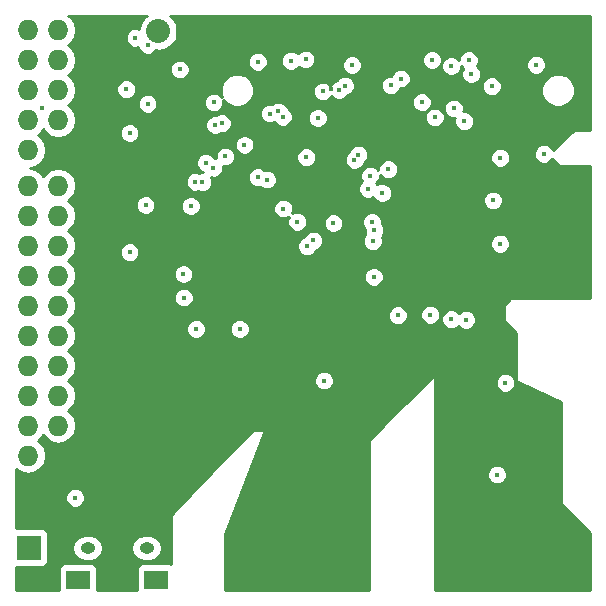
<source format=gbr>
%FSLAX34Y34*%
G04 Gerber Fmt 3.4, Leading zero omitted, Abs format*
G04 (created by PCBNEW (2014-06-12 BZR 4942)-product) date Mon 16 Jun 2014 06:59:23 PM PDT*
%MOIN*%
G01*
G70*
G90*
G04 APERTURE LIST*
%ADD10C,0.003937*%
%ADD11R,0.285000X0.285000*%
%ADD12O,0.049213X0.037402*%
%ADD13R,0.068000X0.068000*%
%ADD14O,0.068000X0.068000*%
%ADD15R,0.080000X0.080000*%
%ADD16O,0.080000X0.080000*%
%ADD17C,0.015748*%
%ADD18C,0.006299*%
%ADD19C,0.010000*%
G04 APERTURE END LIST*
G54D10*
G54D11*
X63543Y-21929D03*
G54D12*
X51870Y-31791D03*
X53838Y-31791D03*
G54D10*
G36*
X51948Y-32549D02*
X51948Y-33159D01*
X51161Y-33159D01*
X51161Y-32549D01*
X51948Y-32549D01*
X51948Y-32549D01*
G37*
G36*
X54547Y-32549D02*
X54547Y-33159D01*
X53759Y-33159D01*
X53759Y-32549D01*
X54547Y-32549D01*
X54547Y-32549D01*
G37*
G54D13*
X50893Y-18535D03*
G54D14*
X49893Y-18535D03*
X50893Y-17535D03*
X49893Y-17535D03*
X50893Y-16535D03*
X49893Y-16535D03*
X50893Y-15535D03*
X49893Y-15535D03*
X50893Y-14535D03*
X49893Y-14535D03*
G54D15*
X49901Y-31783D03*
G54D16*
X49901Y-32783D03*
G54D15*
X55224Y-14566D03*
G54D16*
X54224Y-14566D03*
G54D13*
X50893Y-28712D03*
G54D14*
X49893Y-28712D03*
X50893Y-27712D03*
X49893Y-27712D03*
X50893Y-26712D03*
X49893Y-26712D03*
X50893Y-25712D03*
X49893Y-25712D03*
X50893Y-24712D03*
X49893Y-24712D03*
X50893Y-23712D03*
X49893Y-23712D03*
X50893Y-22712D03*
X49893Y-22712D03*
X50893Y-21712D03*
X49893Y-21712D03*
X50893Y-20712D03*
X49893Y-20712D03*
X50893Y-19712D03*
X49893Y-19712D03*
G54D17*
X67079Y-18651D03*
X56580Y-32394D03*
X57914Y-22653D03*
X59981Y-16506D03*
X65215Y-31402D03*
X68498Y-32394D03*
X65742Y-20258D03*
X60590Y-30236D03*
X60759Y-28338D03*
X59842Y-32480D03*
X59744Y-26980D03*
X64000Y-21900D03*
X63543Y-21929D03*
X64000Y-21300D03*
X64500Y-21300D03*
X64500Y-21900D03*
X64500Y-22500D03*
X64500Y-23100D03*
X64000Y-23100D03*
X64000Y-22500D03*
X63500Y-22500D03*
X63500Y-23100D03*
X62900Y-23100D03*
X62900Y-22500D03*
X62900Y-21900D03*
X62900Y-21300D03*
X63500Y-21300D03*
X63500Y-20800D03*
X62900Y-20800D03*
X62400Y-20800D03*
X62400Y-21300D03*
X62400Y-21900D03*
X62400Y-22500D03*
X62400Y-23100D03*
X64000Y-20800D03*
X64500Y-20800D03*
X53803Y-20362D03*
X59392Y-21542D03*
X58862Y-20916D03*
X61692Y-19958D03*
X59158Y-18771D03*
X65385Y-20205D03*
X55306Y-20393D03*
X63295Y-24017D03*
X62212Y-24036D03*
X65619Y-21651D03*
X59748Y-26212D03*
X65516Y-29343D03*
X51454Y-30118D03*
X63992Y-24167D03*
X61372Y-21567D03*
X65628Y-18782D03*
X61347Y-20927D03*
X65340Y-16400D03*
X61432Y-21206D03*
X64425Y-17568D03*
X61220Y-19815D03*
X64661Y-15995D03*
X61895Y-19168D03*
X63440Y-17440D03*
X59703Y-16572D03*
X56070Y-16942D03*
X61287Y-19382D03*
X60065Y-20963D03*
X60453Y-16378D03*
X60686Y-15696D03*
X60248Y-16528D03*
X59135Y-15505D03*
X61408Y-22756D03*
X59185Y-21735D03*
X58228Y-17242D03*
X53870Y-15022D03*
X58643Y-15547D03*
X54946Y-15841D03*
X58374Y-17416D03*
X53162Y-16501D03*
X57939Y-17309D03*
X53465Y-14784D03*
X60763Y-18856D03*
X57854Y-19511D03*
X57543Y-15582D03*
X57545Y-19435D03*
X56124Y-17693D03*
X57100Y-18356D03*
X53271Y-17959D03*
X66820Y-15687D03*
X55067Y-22662D03*
X64575Y-15530D03*
X53271Y-21933D03*
X64078Y-17139D03*
X55079Y-23445D03*
X63990Y-15725D03*
X55462Y-19587D03*
X63353Y-15523D03*
X56067Y-19119D03*
X63005Y-16930D03*
X55693Y-19601D03*
X59543Y-17461D03*
X56345Y-17635D03*
X62313Y-16145D03*
X55819Y-18954D03*
X61978Y-16372D03*
X56463Y-18741D03*
X56946Y-24492D03*
X55482Y-24492D03*
X60899Y-18680D03*
X58393Y-20480D03*
X50363Y-17113D03*
X53870Y-16982D03*
X64487Y-24183D03*
X65798Y-26282D03*
G54D18*
X59763Y-27167D02*
X59744Y-27147D01*
X59744Y-27147D02*
X59744Y-26980D01*
X60759Y-28163D02*
X59763Y-27167D01*
X60759Y-28163D02*
X59763Y-27167D01*
X60759Y-28338D02*
X60759Y-28163D01*
X60590Y-30236D02*
X60590Y-30124D01*
X60590Y-30124D02*
X60748Y-29967D01*
X60748Y-29967D02*
X60748Y-28350D01*
X60748Y-28350D02*
X60759Y-28338D01*
X60590Y-30236D02*
X60118Y-30708D01*
X60118Y-30708D02*
X60118Y-31463D01*
X60124Y-31456D02*
X60118Y-31463D01*
X60118Y-31463D02*
X59842Y-31739D01*
X59842Y-31739D02*
X59842Y-32480D01*
X59763Y-27167D02*
X59763Y-26889D01*
G54D19*
G36*
X68627Y-33194D02*
X66127Y-33194D01*
X66127Y-26217D01*
X66077Y-26096D01*
X65985Y-26003D01*
X65864Y-25953D01*
X65733Y-25953D01*
X65612Y-26003D01*
X65520Y-26095D01*
X65470Y-26216D01*
X65470Y-26347D01*
X65520Y-26468D01*
X65612Y-26560D01*
X65733Y-26611D01*
X65864Y-26611D01*
X65984Y-26561D01*
X66077Y-26468D01*
X66127Y-26348D01*
X66127Y-26217D01*
X66127Y-33194D01*
X65845Y-33194D01*
X65845Y-29278D01*
X65795Y-29157D01*
X65703Y-29065D01*
X65582Y-29015D01*
X65451Y-29015D01*
X65330Y-29065D01*
X65238Y-29157D01*
X65187Y-29278D01*
X65187Y-29409D01*
X65237Y-29529D01*
X65330Y-29622D01*
X65450Y-29672D01*
X65581Y-29672D01*
X65702Y-29622D01*
X65795Y-29530D01*
X65845Y-29409D01*
X65845Y-29278D01*
X65845Y-33194D01*
X64989Y-33194D01*
X64989Y-15930D01*
X64939Y-15809D01*
X64850Y-15720D01*
X64854Y-15716D01*
X64904Y-15595D01*
X64904Y-15465D01*
X64854Y-15344D01*
X64762Y-15251D01*
X64641Y-15201D01*
X64510Y-15201D01*
X64389Y-15251D01*
X64297Y-15343D01*
X64246Y-15464D01*
X64246Y-15516D01*
X64177Y-15446D01*
X64056Y-15396D01*
X63925Y-15396D01*
X63804Y-15446D01*
X63712Y-15538D01*
X63682Y-15610D01*
X63682Y-15458D01*
X63632Y-15337D01*
X63539Y-15245D01*
X63419Y-15195D01*
X63288Y-15195D01*
X63167Y-15245D01*
X63074Y-15337D01*
X63024Y-15458D01*
X63024Y-15589D01*
X63074Y-15709D01*
X63166Y-15802D01*
X63287Y-15852D01*
X63418Y-15852D01*
X63539Y-15802D01*
X63631Y-15710D01*
X63682Y-15589D01*
X63682Y-15458D01*
X63682Y-15610D01*
X63661Y-15659D01*
X63661Y-15790D01*
X63711Y-15910D01*
X63804Y-16003D01*
X63924Y-16053D01*
X64055Y-16053D01*
X64176Y-16003D01*
X64269Y-15911D01*
X64319Y-15790D01*
X64319Y-15738D01*
X64386Y-15805D01*
X64382Y-15809D01*
X64332Y-15929D01*
X64332Y-16060D01*
X64382Y-16181D01*
X64474Y-16274D01*
X64595Y-16324D01*
X64726Y-16324D01*
X64846Y-16274D01*
X64939Y-16182D01*
X64989Y-16061D01*
X64989Y-15930D01*
X64989Y-33194D01*
X64815Y-33194D01*
X64815Y-24118D01*
X64766Y-23997D01*
X64754Y-23985D01*
X64754Y-17503D01*
X64704Y-17382D01*
X64611Y-17289D01*
X64490Y-17239D01*
X64392Y-17239D01*
X64406Y-17204D01*
X64407Y-17074D01*
X64357Y-16953D01*
X64264Y-16860D01*
X64143Y-16810D01*
X64013Y-16810D01*
X63892Y-16860D01*
X63799Y-16952D01*
X63749Y-17073D01*
X63749Y-17204D01*
X63799Y-17325D01*
X63891Y-17417D01*
X64012Y-17467D01*
X64110Y-17467D01*
X64096Y-17502D01*
X64096Y-17633D01*
X64146Y-17754D01*
X64238Y-17846D01*
X64359Y-17896D01*
X64490Y-17896D01*
X64611Y-17847D01*
X64703Y-17754D01*
X64753Y-17633D01*
X64754Y-17503D01*
X64754Y-23985D01*
X64673Y-23905D01*
X64552Y-23854D01*
X64422Y-23854D01*
X64301Y-23904D01*
X64248Y-23957D01*
X64179Y-23888D01*
X64058Y-23838D01*
X63927Y-23838D01*
X63806Y-23888D01*
X63768Y-23925D01*
X63768Y-17375D01*
X63718Y-17254D01*
X63626Y-17161D01*
X63505Y-17111D01*
X63375Y-17111D01*
X63334Y-17128D01*
X63334Y-16865D01*
X63284Y-16744D01*
X63192Y-16651D01*
X63071Y-16601D01*
X62940Y-16601D01*
X62819Y-16651D01*
X62727Y-16743D01*
X62677Y-16864D01*
X62677Y-16995D01*
X62727Y-17116D01*
X62819Y-17208D01*
X62940Y-17259D01*
X63071Y-17259D01*
X63191Y-17209D01*
X63284Y-17116D01*
X63334Y-16996D01*
X63334Y-16865D01*
X63334Y-17128D01*
X63254Y-17161D01*
X63161Y-17253D01*
X63111Y-17374D01*
X63111Y-17505D01*
X63161Y-17626D01*
X63253Y-17718D01*
X63374Y-17768D01*
X63505Y-17769D01*
X63626Y-17719D01*
X63718Y-17626D01*
X63768Y-17505D01*
X63768Y-17375D01*
X63768Y-23925D01*
X63714Y-23980D01*
X63663Y-24101D01*
X63663Y-24232D01*
X63713Y-24353D01*
X63806Y-24445D01*
X63926Y-24495D01*
X64057Y-24495D01*
X64178Y-24445D01*
X64231Y-24392D01*
X64300Y-24462D01*
X64421Y-24512D01*
X64552Y-24512D01*
X64673Y-24462D01*
X64765Y-24370D01*
X64815Y-24249D01*
X64815Y-24118D01*
X64815Y-33194D01*
X63624Y-33194D01*
X63624Y-23952D01*
X63574Y-23831D01*
X63481Y-23738D01*
X63361Y-23688D01*
X63230Y-23688D01*
X63109Y-23738D01*
X63016Y-23831D01*
X62966Y-23951D01*
X62966Y-24082D01*
X63016Y-24203D01*
X63108Y-24296D01*
X63229Y-24346D01*
X63360Y-24346D01*
X63481Y-24296D01*
X63573Y-24203D01*
X63624Y-24083D01*
X63624Y-23952D01*
X63624Y-33194D01*
X63450Y-33194D01*
X63450Y-25979D01*
X62642Y-26787D01*
X62642Y-16080D01*
X62592Y-15959D01*
X62499Y-15867D01*
X62378Y-15817D01*
X62248Y-15817D01*
X62127Y-15866D01*
X62034Y-15959D01*
X61999Y-16044D01*
X61913Y-16044D01*
X61792Y-16094D01*
X61700Y-16186D01*
X61649Y-16307D01*
X61649Y-16438D01*
X61699Y-16558D01*
X61792Y-16651D01*
X61912Y-16701D01*
X62043Y-16701D01*
X62164Y-16651D01*
X62257Y-16559D01*
X62292Y-16474D01*
X62378Y-16474D01*
X62499Y-16424D01*
X62591Y-16332D01*
X62641Y-16211D01*
X62642Y-16080D01*
X62642Y-26787D01*
X62541Y-26887D01*
X62541Y-23971D01*
X62491Y-23850D01*
X62399Y-23757D01*
X62278Y-23707D01*
X62224Y-23707D01*
X62224Y-19103D01*
X62174Y-18982D01*
X62082Y-18890D01*
X61961Y-18840D01*
X61830Y-18840D01*
X61709Y-18890D01*
X61617Y-18982D01*
X61567Y-19103D01*
X61567Y-19198D01*
X61566Y-19196D01*
X61473Y-19103D01*
X61353Y-19053D01*
X61228Y-19053D01*
X61228Y-18615D01*
X61178Y-18494D01*
X61085Y-18402D01*
X61015Y-18373D01*
X61015Y-15631D01*
X60965Y-15510D01*
X60873Y-15417D01*
X60752Y-15367D01*
X60621Y-15367D01*
X60500Y-15417D01*
X60408Y-15509D01*
X60358Y-15630D01*
X60358Y-15761D01*
X60408Y-15882D01*
X60500Y-15974D01*
X60621Y-16024D01*
X60752Y-16025D01*
X60872Y-15975D01*
X60965Y-15882D01*
X61015Y-15761D01*
X61015Y-15631D01*
X61015Y-18373D01*
X60965Y-18352D01*
X60834Y-18352D01*
X60781Y-18373D01*
X60781Y-16313D01*
X60731Y-16192D01*
X60639Y-16100D01*
X60518Y-16050D01*
X60387Y-16050D01*
X60267Y-16100D01*
X60174Y-16192D01*
X60169Y-16205D01*
X60062Y-16249D01*
X59970Y-16341D01*
X59960Y-16365D01*
X59890Y-16294D01*
X59769Y-16244D01*
X59638Y-16244D01*
X59517Y-16293D01*
X59464Y-16346D01*
X59464Y-15439D01*
X59414Y-15319D01*
X59322Y-15226D01*
X59201Y-15176D01*
X59070Y-15176D01*
X58949Y-15226D01*
X58868Y-15307D01*
X58829Y-15269D01*
X58708Y-15219D01*
X58577Y-15218D01*
X58457Y-15268D01*
X58364Y-15361D01*
X58314Y-15482D01*
X58314Y-15612D01*
X58364Y-15733D01*
X58456Y-15826D01*
X58577Y-15876D01*
X58708Y-15876D01*
X58829Y-15826D01*
X58910Y-15744D01*
X58949Y-15783D01*
X59070Y-15833D01*
X59200Y-15833D01*
X59321Y-15783D01*
X59414Y-15691D01*
X59464Y-15570D01*
X59464Y-15439D01*
X59464Y-16346D01*
X59425Y-16386D01*
X59374Y-16507D01*
X59374Y-16637D01*
X59424Y-16758D01*
X59517Y-16851D01*
X59637Y-16901D01*
X59768Y-16901D01*
X59889Y-16851D01*
X59982Y-16759D01*
X59991Y-16736D01*
X60062Y-16806D01*
X60183Y-16856D01*
X60313Y-16857D01*
X60434Y-16807D01*
X60527Y-16714D01*
X60532Y-16701D01*
X60639Y-16657D01*
X60731Y-16565D01*
X60781Y-16444D01*
X60781Y-16313D01*
X60781Y-18373D01*
X60713Y-18402D01*
X60620Y-18494D01*
X60588Y-18573D01*
X60577Y-18577D01*
X60484Y-18670D01*
X60434Y-18791D01*
X60434Y-18921D01*
X60484Y-19042D01*
X60576Y-19135D01*
X60697Y-19185D01*
X60828Y-19185D01*
X60949Y-19135D01*
X61041Y-19043D01*
X61074Y-18964D01*
X61085Y-18959D01*
X61177Y-18867D01*
X61228Y-18746D01*
X61228Y-18615D01*
X61228Y-19053D01*
X61222Y-19053D01*
X61101Y-19103D01*
X61008Y-19195D01*
X60958Y-19316D01*
X60958Y-19447D01*
X61006Y-19563D01*
X60941Y-19629D01*
X60891Y-19749D01*
X60891Y-19880D01*
X60941Y-20001D01*
X61033Y-20094D01*
X61154Y-20144D01*
X61285Y-20144D01*
X61395Y-20098D01*
X61413Y-20144D01*
X61506Y-20236D01*
X61627Y-20286D01*
X61757Y-20286D01*
X61878Y-20236D01*
X61971Y-20144D01*
X62021Y-20023D01*
X62021Y-19892D01*
X61971Y-19772D01*
X61879Y-19679D01*
X61758Y-19629D01*
X61627Y-19629D01*
X61517Y-19674D01*
X61500Y-19633D01*
X61566Y-19568D01*
X61616Y-19447D01*
X61616Y-19353D01*
X61617Y-19354D01*
X61709Y-19447D01*
X61830Y-19497D01*
X61960Y-19497D01*
X62081Y-19447D01*
X62174Y-19355D01*
X62224Y-19234D01*
X62224Y-19103D01*
X62224Y-23707D01*
X62147Y-23707D01*
X62026Y-23757D01*
X61934Y-23849D01*
X61883Y-23970D01*
X61883Y-24101D01*
X61933Y-24222D01*
X62026Y-24314D01*
X62146Y-24364D01*
X62277Y-24365D01*
X62398Y-24315D01*
X62491Y-24222D01*
X62541Y-24101D01*
X62541Y-23971D01*
X62541Y-26887D01*
X61761Y-27667D01*
X61761Y-21140D01*
X61711Y-21020D01*
X61676Y-20984D01*
X61676Y-20862D01*
X61626Y-20741D01*
X61534Y-20649D01*
X61413Y-20599D01*
X61282Y-20598D01*
X61161Y-20648D01*
X61069Y-20741D01*
X61019Y-20862D01*
X61018Y-20992D01*
X61068Y-21113D01*
X61104Y-21148D01*
X61104Y-21271D01*
X61133Y-21341D01*
X61093Y-21380D01*
X61043Y-21501D01*
X61043Y-21632D01*
X61093Y-21753D01*
X61186Y-21845D01*
X61306Y-21896D01*
X61437Y-21896D01*
X61558Y-21846D01*
X61651Y-21753D01*
X61701Y-21633D01*
X61701Y-21502D01*
X61672Y-21431D01*
X61711Y-21392D01*
X61761Y-21271D01*
X61761Y-21140D01*
X61761Y-27667D01*
X61736Y-27692D01*
X61736Y-22691D01*
X61686Y-22570D01*
X61594Y-22477D01*
X61473Y-22427D01*
X61342Y-22427D01*
X61222Y-22477D01*
X61129Y-22569D01*
X61079Y-22690D01*
X61079Y-22821D01*
X61129Y-22942D01*
X61221Y-23034D01*
X61342Y-23084D01*
X61473Y-23084D01*
X61594Y-23035D01*
X61686Y-22942D01*
X61736Y-22821D01*
X61736Y-22691D01*
X61736Y-27692D01*
X61250Y-28179D01*
X61250Y-33194D01*
X60394Y-33194D01*
X60394Y-20898D01*
X60344Y-20777D01*
X60251Y-20684D01*
X60131Y-20634D01*
X60000Y-20634D01*
X59879Y-20684D01*
X59872Y-20691D01*
X59872Y-17396D01*
X59822Y-17275D01*
X59729Y-17183D01*
X59609Y-17133D01*
X59478Y-17132D01*
X59357Y-17182D01*
X59264Y-17275D01*
X59214Y-17396D01*
X59214Y-17526D01*
X59264Y-17647D01*
X59357Y-17740D01*
X59477Y-17790D01*
X59608Y-17790D01*
X59729Y-17740D01*
X59821Y-17648D01*
X59872Y-17527D01*
X59872Y-17396D01*
X59872Y-20691D01*
X59786Y-20776D01*
X59736Y-20897D01*
X59736Y-21028D01*
X59786Y-21149D01*
X59879Y-21241D01*
X59999Y-21291D01*
X60130Y-21292D01*
X60251Y-21242D01*
X60344Y-21149D01*
X60394Y-21028D01*
X60394Y-20898D01*
X60394Y-33194D01*
X60076Y-33194D01*
X60076Y-26147D01*
X60026Y-26026D01*
X59934Y-25934D01*
X59813Y-25883D01*
X59721Y-25883D01*
X59721Y-21476D01*
X59671Y-21356D01*
X59579Y-21263D01*
X59487Y-21225D01*
X59487Y-18705D01*
X59437Y-18585D01*
X59345Y-18492D01*
X59224Y-18442D01*
X59093Y-18442D01*
X58972Y-18492D01*
X58880Y-18584D01*
X58829Y-18705D01*
X58829Y-18836D01*
X58879Y-18956D01*
X58972Y-19049D01*
X59092Y-19099D01*
X59223Y-19099D01*
X59344Y-19049D01*
X59437Y-18957D01*
X59487Y-18836D01*
X59487Y-18705D01*
X59487Y-21225D01*
X59458Y-21213D01*
X59327Y-21213D01*
X59206Y-21263D01*
X59191Y-21279D01*
X59191Y-20851D01*
X59141Y-20730D01*
X59048Y-20638D01*
X58928Y-20588D01*
X58797Y-20588D01*
X58684Y-20634D01*
X58721Y-20545D01*
X58721Y-20415D01*
X58702Y-20369D01*
X58702Y-17351D01*
X58652Y-17230D01*
X58560Y-17137D01*
X58537Y-17128D01*
X58507Y-17056D01*
X58415Y-16963D01*
X58294Y-16913D01*
X58163Y-16913D01*
X58042Y-16963D01*
X58019Y-16987D01*
X58004Y-16981D01*
X57874Y-16981D01*
X57872Y-16981D01*
X57872Y-15516D01*
X57822Y-15396D01*
X57730Y-15303D01*
X57609Y-15253D01*
X57478Y-15253D01*
X57357Y-15303D01*
X57265Y-15395D01*
X57215Y-15516D01*
X57214Y-15647D01*
X57264Y-15768D01*
X57357Y-15860D01*
X57478Y-15910D01*
X57608Y-15910D01*
X57729Y-15860D01*
X57822Y-15768D01*
X57872Y-15647D01*
X57872Y-15516D01*
X57872Y-16981D01*
X57753Y-17031D01*
X57660Y-17123D01*
X57610Y-17244D01*
X57610Y-17374D01*
X57660Y-17495D01*
X57752Y-17588D01*
X57873Y-17638D01*
X58004Y-17638D01*
X58094Y-17601D01*
X58095Y-17602D01*
X58187Y-17694D01*
X58308Y-17744D01*
X58439Y-17745D01*
X58559Y-17695D01*
X58652Y-17602D01*
X58702Y-17481D01*
X58702Y-17351D01*
X58702Y-20369D01*
X58671Y-20294D01*
X58579Y-20201D01*
X58458Y-20151D01*
X58327Y-20151D01*
X58207Y-20201D01*
X58183Y-20225D01*
X58183Y-19446D01*
X58133Y-19325D01*
X58040Y-19232D01*
X57919Y-19182D01*
X57789Y-19182D01*
X57766Y-19191D01*
X57731Y-19156D01*
X57611Y-19106D01*
X57480Y-19106D01*
X57429Y-19127D01*
X57429Y-18290D01*
X57411Y-18248D01*
X57411Y-16425D01*
X57327Y-16221D01*
X57171Y-16065D01*
X56967Y-15980D01*
X56746Y-15980D01*
X56542Y-16064D01*
X56385Y-16220D01*
X56301Y-16424D01*
X56301Y-16645D01*
X56344Y-16751D01*
X56257Y-16663D01*
X56136Y-16613D01*
X56005Y-16613D01*
X55884Y-16663D01*
X55792Y-16755D01*
X55742Y-16876D01*
X55741Y-17007D01*
X55791Y-17128D01*
X55884Y-17220D01*
X56005Y-17270D01*
X56135Y-17270D01*
X56256Y-17221D01*
X56349Y-17128D01*
X56399Y-17007D01*
X56399Y-16877D01*
X56390Y-16854D01*
X56541Y-17005D01*
X56745Y-17090D01*
X56966Y-17090D01*
X57170Y-17006D01*
X57326Y-16850D01*
X57411Y-16646D01*
X57411Y-16425D01*
X57411Y-18248D01*
X57379Y-18170D01*
X57286Y-18077D01*
X57165Y-18027D01*
X57035Y-18027D01*
X56914Y-18077D01*
X56821Y-18169D01*
X56771Y-18290D01*
X56771Y-18421D01*
X56821Y-18542D01*
X56913Y-18634D01*
X57034Y-18684D01*
X57165Y-18684D01*
X57286Y-18634D01*
X57378Y-18542D01*
X57428Y-18421D01*
X57429Y-18290D01*
X57429Y-19127D01*
X57359Y-19156D01*
X57266Y-19248D01*
X57216Y-19369D01*
X57216Y-19500D01*
X57266Y-19621D01*
X57358Y-19713D01*
X57479Y-19763D01*
X57610Y-19763D01*
X57632Y-19754D01*
X57667Y-19789D01*
X57788Y-19839D01*
X57919Y-19840D01*
X58040Y-19790D01*
X58132Y-19697D01*
X58182Y-19576D01*
X58183Y-19446D01*
X58183Y-20225D01*
X58114Y-20293D01*
X58064Y-20414D01*
X58064Y-20545D01*
X58114Y-20666D01*
X58206Y-20758D01*
X58327Y-20808D01*
X58458Y-20808D01*
X58570Y-20762D01*
X58533Y-20851D01*
X58533Y-20981D01*
X58583Y-21102D01*
X58675Y-21195D01*
X58796Y-21245D01*
X58927Y-21245D01*
X59048Y-21195D01*
X59140Y-21103D01*
X59191Y-20982D01*
X59191Y-20851D01*
X59191Y-21279D01*
X59114Y-21355D01*
X59087Y-21419D01*
X58999Y-21456D01*
X58906Y-21548D01*
X58856Y-21669D01*
X58856Y-21800D01*
X58906Y-21921D01*
X58998Y-22013D01*
X59119Y-22063D01*
X59250Y-22063D01*
X59371Y-22014D01*
X59463Y-21921D01*
X59490Y-21857D01*
X59578Y-21820D01*
X59671Y-21728D01*
X59721Y-21607D01*
X59721Y-21476D01*
X59721Y-25883D01*
X59682Y-25883D01*
X59562Y-25933D01*
X59469Y-26026D01*
X59419Y-26146D01*
X59419Y-26277D01*
X59469Y-26398D01*
X59561Y-26491D01*
X59682Y-26541D01*
X59813Y-26541D01*
X59934Y-26491D01*
X60026Y-26399D01*
X60076Y-26278D01*
X60076Y-26147D01*
X60076Y-33194D01*
X56450Y-33194D01*
X56450Y-31309D01*
X57772Y-27850D01*
X57378Y-27850D01*
X57275Y-27957D01*
X57275Y-24427D01*
X57225Y-24306D01*
X57132Y-24213D01*
X57012Y-24163D01*
X56881Y-24163D01*
X56791Y-24200D01*
X56791Y-18676D01*
X56742Y-18555D01*
X56674Y-18487D01*
X56674Y-17570D01*
X56624Y-17449D01*
X56532Y-17356D01*
X56411Y-17306D01*
X56280Y-17306D01*
X56159Y-17356D01*
X56150Y-17365D01*
X56059Y-17364D01*
X55938Y-17414D01*
X55846Y-17507D01*
X55796Y-17628D01*
X55796Y-17758D01*
X55846Y-17879D01*
X55938Y-17972D01*
X56059Y-18022D01*
X56190Y-18022D01*
X56310Y-17972D01*
X56319Y-17964D01*
X56410Y-17964D01*
X56531Y-17914D01*
X56624Y-17821D01*
X56674Y-17700D01*
X56674Y-17570D01*
X56674Y-18487D01*
X56649Y-18462D01*
X56528Y-18412D01*
X56398Y-18412D01*
X56277Y-18462D01*
X56184Y-18554D01*
X56134Y-18675D01*
X56134Y-18791D01*
X56133Y-18791D01*
X56107Y-18791D01*
X56098Y-18768D01*
X56005Y-18676D01*
X55885Y-18625D01*
X55754Y-18625D01*
X55633Y-18675D01*
X55540Y-18768D01*
X55490Y-18888D01*
X55490Y-19019D01*
X55540Y-19140D01*
X55632Y-19233D01*
X55729Y-19273D01*
X55628Y-19273D01*
X55595Y-19286D01*
X55528Y-19259D01*
X55397Y-19258D01*
X55277Y-19308D01*
X55274Y-19311D01*
X55274Y-15776D01*
X55224Y-15655D01*
X55132Y-15562D01*
X55011Y-15512D01*
X54881Y-15512D01*
X54760Y-15562D01*
X54667Y-15654D01*
X54617Y-15775D01*
X54617Y-15906D01*
X54667Y-16027D01*
X54759Y-16119D01*
X54880Y-16169D01*
X55011Y-16170D01*
X55132Y-16120D01*
X55224Y-16027D01*
X55274Y-15906D01*
X55274Y-15776D01*
X55274Y-19311D01*
X55184Y-19401D01*
X55134Y-19522D01*
X55134Y-19652D01*
X55184Y-19773D01*
X55276Y-19866D01*
X55397Y-19916D01*
X55528Y-19916D01*
X55561Y-19902D01*
X55628Y-19930D01*
X55759Y-19930D01*
X55879Y-19880D01*
X55972Y-19788D01*
X56022Y-19667D01*
X56022Y-19536D01*
X55982Y-19440D01*
X56001Y-19448D01*
X56132Y-19448D01*
X56253Y-19398D01*
X56345Y-19306D01*
X56396Y-19185D01*
X56396Y-19069D01*
X56397Y-19070D01*
X56528Y-19070D01*
X56649Y-19020D01*
X56741Y-18927D01*
X56791Y-18807D01*
X56791Y-18676D01*
X56791Y-24200D01*
X56760Y-24213D01*
X56667Y-24305D01*
X56617Y-24426D01*
X56617Y-24557D01*
X56667Y-24678D01*
X56760Y-24770D01*
X56880Y-24820D01*
X57011Y-24821D01*
X57132Y-24771D01*
X57225Y-24678D01*
X57275Y-24557D01*
X57275Y-24427D01*
X57275Y-27957D01*
X55811Y-29475D01*
X55811Y-24427D01*
X55761Y-24306D01*
X55669Y-24213D01*
X55635Y-24199D01*
X55635Y-20328D01*
X55585Y-20207D01*
X55492Y-20114D01*
X55372Y-20064D01*
X55241Y-20064D01*
X55120Y-20114D01*
X55027Y-20206D01*
X54977Y-20327D01*
X54977Y-20458D01*
X55027Y-20579D01*
X55119Y-20671D01*
X55240Y-20722D01*
X55371Y-20722D01*
X55492Y-20672D01*
X55584Y-20579D01*
X55635Y-20459D01*
X55635Y-20328D01*
X55635Y-24199D01*
X55548Y-24163D01*
X55417Y-24163D01*
X55408Y-24167D01*
X55408Y-23380D01*
X55396Y-23352D01*
X55396Y-22596D01*
X55346Y-22476D01*
X55254Y-22383D01*
X55133Y-22333D01*
X55002Y-22333D01*
X54881Y-22383D01*
X54789Y-22475D01*
X54738Y-22596D01*
X54738Y-22727D01*
X54788Y-22848D01*
X54881Y-22940D01*
X55001Y-22990D01*
X55132Y-22990D01*
X55253Y-22940D01*
X55346Y-22848D01*
X55396Y-22727D01*
X55396Y-22596D01*
X55396Y-23352D01*
X55358Y-23260D01*
X55265Y-23167D01*
X55145Y-23117D01*
X55014Y-23117D01*
X54893Y-23167D01*
X54800Y-23259D01*
X54750Y-23380D01*
X54750Y-23511D01*
X54800Y-23631D01*
X54893Y-23724D01*
X55013Y-23774D01*
X55144Y-23774D01*
X55265Y-23724D01*
X55358Y-23632D01*
X55408Y-23511D01*
X55408Y-23380D01*
X55408Y-24167D01*
X55296Y-24213D01*
X55204Y-24305D01*
X55154Y-24426D01*
X55153Y-24557D01*
X55203Y-24678D01*
X55296Y-24770D01*
X55417Y-24820D01*
X55547Y-24821D01*
X55668Y-24771D01*
X55761Y-24678D01*
X55811Y-24557D01*
X55811Y-24427D01*
X55811Y-29475D01*
X54650Y-30679D01*
X54650Y-32321D01*
X54596Y-32299D01*
X54497Y-32299D01*
X54344Y-32299D01*
X54344Y-31791D01*
X54311Y-31624D01*
X54216Y-31482D01*
X54199Y-31470D01*
X54199Y-16917D01*
X54149Y-16796D01*
X54056Y-16703D01*
X53936Y-16653D01*
X53805Y-16653D01*
X53684Y-16703D01*
X53591Y-16796D01*
X53541Y-16916D01*
X53541Y-17047D01*
X53591Y-17168D01*
X53683Y-17261D01*
X53804Y-17311D01*
X53935Y-17311D01*
X54056Y-17261D01*
X54148Y-17168D01*
X54199Y-17048D01*
X54199Y-16917D01*
X54199Y-31470D01*
X54131Y-31425D01*
X54131Y-20297D01*
X54082Y-20176D01*
X53989Y-20083D01*
X53868Y-20033D01*
X53738Y-20033D01*
X53617Y-20083D01*
X53600Y-20100D01*
X53600Y-17894D01*
X53550Y-17773D01*
X53491Y-17714D01*
X53491Y-16435D01*
X53441Y-16315D01*
X53348Y-16222D01*
X53227Y-16172D01*
X53097Y-16172D01*
X52976Y-16222D01*
X52883Y-16314D01*
X52833Y-16435D01*
X52833Y-16566D01*
X52883Y-16687D01*
X52975Y-16779D01*
X53096Y-16829D01*
X53227Y-16829D01*
X53348Y-16779D01*
X53440Y-16687D01*
X53490Y-16566D01*
X53491Y-16435D01*
X53491Y-17714D01*
X53457Y-17681D01*
X53337Y-17631D01*
X53206Y-17631D01*
X53085Y-17680D01*
X52992Y-17773D01*
X52942Y-17894D01*
X52942Y-18024D01*
X52992Y-18145D01*
X53084Y-18238D01*
X53205Y-18288D01*
X53336Y-18288D01*
X53457Y-18238D01*
X53549Y-18146D01*
X53600Y-18025D01*
X53600Y-17894D01*
X53600Y-20100D01*
X53524Y-20175D01*
X53474Y-20296D01*
X53474Y-20427D01*
X53524Y-20548D01*
X53616Y-20640D01*
X53737Y-20690D01*
X53868Y-20691D01*
X53989Y-20641D01*
X54081Y-20548D01*
X54131Y-20427D01*
X54131Y-20297D01*
X54131Y-31425D01*
X54074Y-31387D01*
X53907Y-31354D01*
X53769Y-31354D01*
X53602Y-31387D01*
X53600Y-31389D01*
X53600Y-21868D01*
X53550Y-21747D01*
X53457Y-21654D01*
X53337Y-21604D01*
X53206Y-21604D01*
X53085Y-21654D01*
X52992Y-21747D01*
X52942Y-21867D01*
X52942Y-21998D01*
X52992Y-22119D01*
X53084Y-22212D01*
X53205Y-22262D01*
X53336Y-22262D01*
X53457Y-22212D01*
X53549Y-22119D01*
X53600Y-21999D01*
X53600Y-21868D01*
X53600Y-31389D01*
X53460Y-31482D01*
X53366Y-31624D01*
X53332Y-31791D01*
X53366Y-31958D01*
X53460Y-32100D01*
X53602Y-32195D01*
X53769Y-32228D01*
X53907Y-32228D01*
X54074Y-32195D01*
X54216Y-32100D01*
X54311Y-31958D01*
X54344Y-31791D01*
X54344Y-32299D01*
X53710Y-32299D01*
X53618Y-32337D01*
X53547Y-32407D01*
X53509Y-32499D01*
X53509Y-32598D01*
X53509Y-33194D01*
X52375Y-33194D01*
X52375Y-31791D01*
X52342Y-31624D01*
X52247Y-31482D01*
X52106Y-31387D01*
X51938Y-31354D01*
X51801Y-31354D01*
X51783Y-31357D01*
X51783Y-30053D01*
X51733Y-29932D01*
X51641Y-29839D01*
X51520Y-29789D01*
X51389Y-29789D01*
X51268Y-29839D01*
X51176Y-29931D01*
X51126Y-30052D01*
X51126Y-30183D01*
X51176Y-30304D01*
X51268Y-30396D01*
X51389Y-30446D01*
X51520Y-30446D01*
X51640Y-30396D01*
X51733Y-30304D01*
X51783Y-30183D01*
X51783Y-30053D01*
X51783Y-31357D01*
X51634Y-31387D01*
X51492Y-31482D01*
X51397Y-31624D01*
X51364Y-31791D01*
X51397Y-31958D01*
X51492Y-32100D01*
X51634Y-32195D01*
X51801Y-32228D01*
X51938Y-32228D01*
X52106Y-32195D01*
X52247Y-32100D01*
X52342Y-31958D01*
X52375Y-31791D01*
X52375Y-33194D01*
X52198Y-33194D01*
X52198Y-33109D01*
X52198Y-32499D01*
X52160Y-32407D01*
X52090Y-32337D01*
X51998Y-32299D01*
X51899Y-32299D01*
X51111Y-32299D01*
X51019Y-32337D01*
X50949Y-32407D01*
X50911Y-32499D01*
X50911Y-32598D01*
X50911Y-33194D01*
X49482Y-33194D01*
X49482Y-32433D01*
X49551Y-32433D01*
X50351Y-32433D01*
X50443Y-32395D01*
X50513Y-32325D01*
X50551Y-32233D01*
X50551Y-32133D01*
X50551Y-31333D01*
X50513Y-31241D01*
X50443Y-31171D01*
X50351Y-31133D01*
X50251Y-31133D01*
X49482Y-31133D01*
X49482Y-29145D01*
X49667Y-29269D01*
X49893Y-29314D01*
X50119Y-29269D01*
X50310Y-29141D01*
X50438Y-28949D01*
X50483Y-28724D01*
X50483Y-28701D01*
X50438Y-28475D01*
X50310Y-28283D01*
X50204Y-28212D01*
X50310Y-28141D01*
X50393Y-28017D01*
X50476Y-28141D01*
X50667Y-28269D01*
X50893Y-28314D01*
X51119Y-28269D01*
X51310Y-28141D01*
X51438Y-27949D01*
X51483Y-27724D01*
X51483Y-27701D01*
X51438Y-27475D01*
X51310Y-27283D01*
X51204Y-27212D01*
X51310Y-27141D01*
X51438Y-26949D01*
X51483Y-26724D01*
X51483Y-26701D01*
X51438Y-26475D01*
X51310Y-26283D01*
X51204Y-26212D01*
X51310Y-26141D01*
X51438Y-25949D01*
X51483Y-25724D01*
X51483Y-25701D01*
X51438Y-25475D01*
X51310Y-25283D01*
X51204Y-25212D01*
X51310Y-25141D01*
X51438Y-24949D01*
X51483Y-24724D01*
X51483Y-24701D01*
X51438Y-24475D01*
X51310Y-24283D01*
X51204Y-24212D01*
X51310Y-24141D01*
X51438Y-23949D01*
X51483Y-23724D01*
X51483Y-23701D01*
X51438Y-23475D01*
X51310Y-23283D01*
X51204Y-23212D01*
X51310Y-23141D01*
X51438Y-22949D01*
X51483Y-22724D01*
X51483Y-22701D01*
X51438Y-22475D01*
X51310Y-22283D01*
X51204Y-22212D01*
X51310Y-22141D01*
X51438Y-21949D01*
X51483Y-21724D01*
X51483Y-21701D01*
X51438Y-21475D01*
X51310Y-21283D01*
X51204Y-21212D01*
X51310Y-21141D01*
X51438Y-20949D01*
X51483Y-20724D01*
X51483Y-20701D01*
X51438Y-20475D01*
X51310Y-20283D01*
X51204Y-20212D01*
X51310Y-20141D01*
X51438Y-19949D01*
X51483Y-19724D01*
X51483Y-19701D01*
X51438Y-19475D01*
X51310Y-19283D01*
X51119Y-19155D01*
X50893Y-19111D01*
X50667Y-19155D01*
X50476Y-19283D01*
X50393Y-19407D01*
X50310Y-19283D01*
X50119Y-19155D01*
X49958Y-19124D01*
X50119Y-19092D01*
X50310Y-18964D01*
X50438Y-18772D01*
X50483Y-18546D01*
X50483Y-18523D01*
X50438Y-18298D01*
X50310Y-18106D01*
X50204Y-18035D01*
X50310Y-17964D01*
X50393Y-17840D01*
X50476Y-17964D01*
X50667Y-18092D01*
X50893Y-18136D01*
X51119Y-18092D01*
X51310Y-17964D01*
X51438Y-17772D01*
X51483Y-17546D01*
X51483Y-17523D01*
X51438Y-17298D01*
X51310Y-17106D01*
X51204Y-17035D01*
X51310Y-16964D01*
X51438Y-16772D01*
X51483Y-16546D01*
X51483Y-16523D01*
X51438Y-16298D01*
X51310Y-16106D01*
X51204Y-16035D01*
X51310Y-15964D01*
X51438Y-15772D01*
X51483Y-15546D01*
X51483Y-15523D01*
X51438Y-15298D01*
X51310Y-15106D01*
X51204Y-15035D01*
X51310Y-14964D01*
X51438Y-14772D01*
X51483Y-14546D01*
X51483Y-14523D01*
X51438Y-14298D01*
X51310Y-14106D01*
X51224Y-14049D01*
X53839Y-14049D01*
X53752Y-14107D01*
X53611Y-14318D01*
X53579Y-14476D01*
X53531Y-14456D01*
X53400Y-14455D01*
X53279Y-14505D01*
X53186Y-14598D01*
X53136Y-14719D01*
X53136Y-14849D01*
X53186Y-14970D01*
X53278Y-15063D01*
X53399Y-15113D01*
X53530Y-15113D01*
X53549Y-15105D01*
X53591Y-15208D01*
X53684Y-15300D01*
X53804Y-15350D01*
X53935Y-15350D01*
X54056Y-15301D01*
X54149Y-15208D01*
X54150Y-15204D01*
X54211Y-15216D01*
X54237Y-15216D01*
X54485Y-15167D01*
X54696Y-15026D01*
X54837Y-14815D01*
X54887Y-14566D01*
X54837Y-14318D01*
X54696Y-14107D01*
X54609Y-14049D01*
X68627Y-14049D01*
X68627Y-17850D01*
X68108Y-17850D01*
X68108Y-16425D01*
X68024Y-16221D01*
X67868Y-16065D01*
X67664Y-15980D01*
X67443Y-15980D01*
X67239Y-16064D01*
X67149Y-16154D01*
X67149Y-15622D01*
X67099Y-15501D01*
X67006Y-15408D01*
X66885Y-15358D01*
X66755Y-15358D01*
X66634Y-15408D01*
X66541Y-15500D01*
X66491Y-15621D01*
X66491Y-15752D01*
X66541Y-15873D01*
X66633Y-15965D01*
X66754Y-16016D01*
X66885Y-16016D01*
X67006Y-15966D01*
X67098Y-15873D01*
X67148Y-15753D01*
X67149Y-15622D01*
X67149Y-16154D01*
X67082Y-16220D01*
X66998Y-16424D01*
X66997Y-16645D01*
X67082Y-16849D01*
X67238Y-17005D01*
X67442Y-17090D01*
X67663Y-17090D01*
X67867Y-17006D01*
X68023Y-16850D01*
X68108Y-16646D01*
X68108Y-16425D01*
X68108Y-17850D01*
X68079Y-17850D01*
X67389Y-18540D01*
X67358Y-18465D01*
X67266Y-18373D01*
X67145Y-18323D01*
X67014Y-18323D01*
X66893Y-18372D01*
X66801Y-18465D01*
X66751Y-18586D01*
X66750Y-18716D01*
X66800Y-18837D01*
X66893Y-18930D01*
X67014Y-18980D01*
X67144Y-18980D01*
X67265Y-18930D01*
X67358Y-18838D01*
X67360Y-18831D01*
X67579Y-19050D01*
X68627Y-19050D01*
X68627Y-23450D01*
X65979Y-23450D01*
X65957Y-23471D01*
X65957Y-18717D01*
X65907Y-18596D01*
X65815Y-18503D01*
X65694Y-18453D01*
X65669Y-18453D01*
X65669Y-16335D01*
X65619Y-16214D01*
X65527Y-16121D01*
X65406Y-16071D01*
X65275Y-16071D01*
X65154Y-16121D01*
X65062Y-16213D01*
X65012Y-16334D01*
X65012Y-16465D01*
X65061Y-16586D01*
X65154Y-16678D01*
X65275Y-16729D01*
X65405Y-16729D01*
X65526Y-16679D01*
X65619Y-16586D01*
X65669Y-16466D01*
X65669Y-16335D01*
X65669Y-18453D01*
X65563Y-18453D01*
X65443Y-18503D01*
X65350Y-18595D01*
X65300Y-18716D01*
X65300Y-18847D01*
X65350Y-18968D01*
X65442Y-19060D01*
X65563Y-19111D01*
X65694Y-19111D01*
X65814Y-19061D01*
X65907Y-18968D01*
X65957Y-18848D01*
X65957Y-18717D01*
X65957Y-23471D01*
X65948Y-23481D01*
X65948Y-21586D01*
X65898Y-21465D01*
X65805Y-21372D01*
X65714Y-21334D01*
X65714Y-20140D01*
X65664Y-20019D01*
X65571Y-19926D01*
X65451Y-19876D01*
X65320Y-19876D01*
X65199Y-19926D01*
X65106Y-20018D01*
X65056Y-20139D01*
X65056Y-20270D01*
X65106Y-20391D01*
X65199Y-20483D01*
X65319Y-20533D01*
X65450Y-20533D01*
X65571Y-20483D01*
X65664Y-20391D01*
X65714Y-20270D01*
X65714Y-20140D01*
X65714Y-21334D01*
X65684Y-21322D01*
X65554Y-21322D01*
X65433Y-21372D01*
X65340Y-21464D01*
X65290Y-21585D01*
X65290Y-21716D01*
X65340Y-21837D01*
X65432Y-21929D01*
X65553Y-21980D01*
X65684Y-21980D01*
X65805Y-21930D01*
X65897Y-21837D01*
X65947Y-21717D01*
X65948Y-21586D01*
X65948Y-23481D01*
X65750Y-23679D01*
X65750Y-24220D01*
X66150Y-24620D01*
X66150Y-26231D01*
X67650Y-26931D01*
X67650Y-30320D01*
X68627Y-31298D01*
X68627Y-33194D01*
X68627Y-33194D01*
G37*
X68627Y-33194D02*
X66127Y-33194D01*
X66127Y-26217D01*
X66077Y-26096D01*
X65985Y-26003D01*
X65864Y-25953D01*
X65733Y-25953D01*
X65612Y-26003D01*
X65520Y-26095D01*
X65470Y-26216D01*
X65470Y-26347D01*
X65520Y-26468D01*
X65612Y-26560D01*
X65733Y-26611D01*
X65864Y-26611D01*
X65984Y-26561D01*
X66077Y-26468D01*
X66127Y-26348D01*
X66127Y-26217D01*
X66127Y-33194D01*
X65845Y-33194D01*
X65845Y-29278D01*
X65795Y-29157D01*
X65703Y-29065D01*
X65582Y-29015D01*
X65451Y-29015D01*
X65330Y-29065D01*
X65238Y-29157D01*
X65187Y-29278D01*
X65187Y-29409D01*
X65237Y-29529D01*
X65330Y-29622D01*
X65450Y-29672D01*
X65581Y-29672D01*
X65702Y-29622D01*
X65795Y-29530D01*
X65845Y-29409D01*
X65845Y-29278D01*
X65845Y-33194D01*
X64989Y-33194D01*
X64989Y-15930D01*
X64939Y-15809D01*
X64850Y-15720D01*
X64854Y-15716D01*
X64904Y-15595D01*
X64904Y-15465D01*
X64854Y-15344D01*
X64762Y-15251D01*
X64641Y-15201D01*
X64510Y-15201D01*
X64389Y-15251D01*
X64297Y-15343D01*
X64246Y-15464D01*
X64246Y-15516D01*
X64177Y-15446D01*
X64056Y-15396D01*
X63925Y-15396D01*
X63804Y-15446D01*
X63712Y-15538D01*
X63682Y-15610D01*
X63682Y-15458D01*
X63632Y-15337D01*
X63539Y-15245D01*
X63419Y-15195D01*
X63288Y-15195D01*
X63167Y-15245D01*
X63074Y-15337D01*
X63024Y-15458D01*
X63024Y-15589D01*
X63074Y-15709D01*
X63166Y-15802D01*
X63287Y-15852D01*
X63418Y-15852D01*
X63539Y-15802D01*
X63631Y-15710D01*
X63682Y-15589D01*
X63682Y-15458D01*
X63682Y-15610D01*
X63661Y-15659D01*
X63661Y-15790D01*
X63711Y-15910D01*
X63804Y-16003D01*
X63924Y-16053D01*
X64055Y-16053D01*
X64176Y-16003D01*
X64269Y-15911D01*
X64319Y-15790D01*
X64319Y-15738D01*
X64386Y-15805D01*
X64382Y-15809D01*
X64332Y-15929D01*
X64332Y-16060D01*
X64382Y-16181D01*
X64474Y-16274D01*
X64595Y-16324D01*
X64726Y-16324D01*
X64846Y-16274D01*
X64939Y-16182D01*
X64989Y-16061D01*
X64989Y-15930D01*
X64989Y-33194D01*
X64815Y-33194D01*
X64815Y-24118D01*
X64766Y-23997D01*
X64754Y-23985D01*
X64754Y-17503D01*
X64704Y-17382D01*
X64611Y-17289D01*
X64490Y-17239D01*
X64392Y-17239D01*
X64406Y-17204D01*
X64407Y-17074D01*
X64357Y-16953D01*
X64264Y-16860D01*
X64143Y-16810D01*
X64013Y-16810D01*
X63892Y-16860D01*
X63799Y-16952D01*
X63749Y-17073D01*
X63749Y-17204D01*
X63799Y-17325D01*
X63891Y-17417D01*
X64012Y-17467D01*
X64110Y-17467D01*
X64096Y-17502D01*
X64096Y-17633D01*
X64146Y-17754D01*
X64238Y-17846D01*
X64359Y-17896D01*
X64490Y-17896D01*
X64611Y-17847D01*
X64703Y-17754D01*
X64753Y-17633D01*
X64754Y-17503D01*
X64754Y-23985D01*
X64673Y-23905D01*
X64552Y-23854D01*
X64422Y-23854D01*
X64301Y-23904D01*
X64248Y-23957D01*
X64179Y-23888D01*
X64058Y-23838D01*
X63927Y-23838D01*
X63806Y-23888D01*
X63768Y-23925D01*
X63768Y-17375D01*
X63718Y-17254D01*
X63626Y-17161D01*
X63505Y-17111D01*
X63375Y-17111D01*
X63334Y-17128D01*
X63334Y-16865D01*
X63284Y-16744D01*
X63192Y-16651D01*
X63071Y-16601D01*
X62940Y-16601D01*
X62819Y-16651D01*
X62727Y-16743D01*
X62677Y-16864D01*
X62677Y-16995D01*
X62727Y-17116D01*
X62819Y-17208D01*
X62940Y-17259D01*
X63071Y-17259D01*
X63191Y-17209D01*
X63284Y-17116D01*
X63334Y-16996D01*
X63334Y-16865D01*
X63334Y-17128D01*
X63254Y-17161D01*
X63161Y-17253D01*
X63111Y-17374D01*
X63111Y-17505D01*
X63161Y-17626D01*
X63253Y-17718D01*
X63374Y-17768D01*
X63505Y-17769D01*
X63626Y-17719D01*
X63718Y-17626D01*
X63768Y-17505D01*
X63768Y-17375D01*
X63768Y-23925D01*
X63714Y-23980D01*
X63663Y-24101D01*
X63663Y-24232D01*
X63713Y-24353D01*
X63806Y-24445D01*
X63926Y-24495D01*
X64057Y-24495D01*
X64178Y-24445D01*
X64231Y-24392D01*
X64300Y-24462D01*
X64421Y-24512D01*
X64552Y-24512D01*
X64673Y-24462D01*
X64765Y-24370D01*
X64815Y-24249D01*
X64815Y-24118D01*
X64815Y-33194D01*
X63624Y-33194D01*
X63624Y-23952D01*
X63574Y-23831D01*
X63481Y-23738D01*
X63361Y-23688D01*
X63230Y-23688D01*
X63109Y-23738D01*
X63016Y-23831D01*
X62966Y-23951D01*
X62966Y-24082D01*
X63016Y-24203D01*
X63108Y-24296D01*
X63229Y-24346D01*
X63360Y-24346D01*
X63481Y-24296D01*
X63573Y-24203D01*
X63624Y-24083D01*
X63624Y-23952D01*
X63624Y-33194D01*
X63450Y-33194D01*
X63450Y-25979D01*
X62642Y-26787D01*
X62642Y-16080D01*
X62592Y-15959D01*
X62499Y-15867D01*
X62378Y-15817D01*
X62248Y-15817D01*
X62127Y-15866D01*
X62034Y-15959D01*
X61999Y-16044D01*
X61913Y-16044D01*
X61792Y-16094D01*
X61700Y-16186D01*
X61649Y-16307D01*
X61649Y-16438D01*
X61699Y-16558D01*
X61792Y-16651D01*
X61912Y-16701D01*
X62043Y-16701D01*
X62164Y-16651D01*
X62257Y-16559D01*
X62292Y-16474D01*
X62378Y-16474D01*
X62499Y-16424D01*
X62591Y-16332D01*
X62641Y-16211D01*
X62642Y-16080D01*
X62642Y-26787D01*
X62541Y-26887D01*
X62541Y-23971D01*
X62491Y-23850D01*
X62399Y-23757D01*
X62278Y-23707D01*
X62224Y-23707D01*
X62224Y-19103D01*
X62174Y-18982D01*
X62082Y-18890D01*
X61961Y-18840D01*
X61830Y-18840D01*
X61709Y-18890D01*
X61617Y-18982D01*
X61567Y-19103D01*
X61567Y-19198D01*
X61566Y-19196D01*
X61473Y-19103D01*
X61353Y-19053D01*
X61228Y-19053D01*
X61228Y-18615D01*
X61178Y-18494D01*
X61085Y-18402D01*
X61015Y-18373D01*
X61015Y-15631D01*
X60965Y-15510D01*
X60873Y-15417D01*
X60752Y-15367D01*
X60621Y-15367D01*
X60500Y-15417D01*
X60408Y-15509D01*
X60358Y-15630D01*
X60358Y-15761D01*
X60408Y-15882D01*
X60500Y-15974D01*
X60621Y-16024D01*
X60752Y-16025D01*
X60872Y-15975D01*
X60965Y-15882D01*
X61015Y-15761D01*
X61015Y-15631D01*
X61015Y-18373D01*
X60965Y-18352D01*
X60834Y-18352D01*
X60781Y-18373D01*
X60781Y-16313D01*
X60731Y-16192D01*
X60639Y-16100D01*
X60518Y-16050D01*
X60387Y-16050D01*
X60267Y-16100D01*
X60174Y-16192D01*
X60169Y-16205D01*
X60062Y-16249D01*
X59970Y-16341D01*
X59960Y-16365D01*
X59890Y-16294D01*
X59769Y-16244D01*
X59638Y-16244D01*
X59517Y-16293D01*
X59464Y-16346D01*
X59464Y-15439D01*
X59414Y-15319D01*
X59322Y-15226D01*
X59201Y-15176D01*
X59070Y-15176D01*
X58949Y-15226D01*
X58868Y-15307D01*
X58829Y-15269D01*
X58708Y-15219D01*
X58577Y-15218D01*
X58457Y-15268D01*
X58364Y-15361D01*
X58314Y-15482D01*
X58314Y-15612D01*
X58364Y-15733D01*
X58456Y-15826D01*
X58577Y-15876D01*
X58708Y-15876D01*
X58829Y-15826D01*
X58910Y-15744D01*
X58949Y-15783D01*
X59070Y-15833D01*
X59200Y-15833D01*
X59321Y-15783D01*
X59414Y-15691D01*
X59464Y-15570D01*
X59464Y-15439D01*
X59464Y-16346D01*
X59425Y-16386D01*
X59374Y-16507D01*
X59374Y-16637D01*
X59424Y-16758D01*
X59517Y-16851D01*
X59637Y-16901D01*
X59768Y-16901D01*
X59889Y-16851D01*
X59982Y-16759D01*
X59991Y-16736D01*
X60062Y-16806D01*
X60183Y-16856D01*
X60313Y-16857D01*
X60434Y-16807D01*
X60527Y-16714D01*
X60532Y-16701D01*
X60639Y-16657D01*
X60731Y-16565D01*
X60781Y-16444D01*
X60781Y-16313D01*
X60781Y-18373D01*
X60713Y-18402D01*
X60620Y-18494D01*
X60588Y-18573D01*
X60577Y-18577D01*
X60484Y-18670D01*
X60434Y-18791D01*
X60434Y-18921D01*
X60484Y-19042D01*
X60576Y-19135D01*
X60697Y-19185D01*
X60828Y-19185D01*
X60949Y-19135D01*
X61041Y-19043D01*
X61074Y-18964D01*
X61085Y-18959D01*
X61177Y-18867D01*
X61228Y-18746D01*
X61228Y-18615D01*
X61228Y-19053D01*
X61222Y-19053D01*
X61101Y-19103D01*
X61008Y-19195D01*
X60958Y-19316D01*
X60958Y-19447D01*
X61006Y-19563D01*
X60941Y-19629D01*
X60891Y-19749D01*
X60891Y-19880D01*
X60941Y-20001D01*
X61033Y-20094D01*
X61154Y-20144D01*
X61285Y-20144D01*
X61395Y-20098D01*
X61413Y-20144D01*
X61506Y-20236D01*
X61627Y-20286D01*
X61757Y-20286D01*
X61878Y-20236D01*
X61971Y-20144D01*
X62021Y-20023D01*
X62021Y-19892D01*
X61971Y-19772D01*
X61879Y-19679D01*
X61758Y-19629D01*
X61627Y-19629D01*
X61517Y-19674D01*
X61500Y-19633D01*
X61566Y-19568D01*
X61616Y-19447D01*
X61616Y-19353D01*
X61617Y-19354D01*
X61709Y-19447D01*
X61830Y-19497D01*
X61960Y-19497D01*
X62081Y-19447D01*
X62174Y-19355D01*
X62224Y-19234D01*
X62224Y-19103D01*
X62224Y-23707D01*
X62147Y-23707D01*
X62026Y-23757D01*
X61934Y-23849D01*
X61883Y-23970D01*
X61883Y-24101D01*
X61933Y-24222D01*
X62026Y-24314D01*
X62146Y-24364D01*
X62277Y-24365D01*
X62398Y-24315D01*
X62491Y-24222D01*
X62541Y-24101D01*
X62541Y-23971D01*
X62541Y-26887D01*
X61761Y-27667D01*
X61761Y-21140D01*
X61711Y-21020D01*
X61676Y-20984D01*
X61676Y-20862D01*
X61626Y-20741D01*
X61534Y-20649D01*
X61413Y-20599D01*
X61282Y-20598D01*
X61161Y-20648D01*
X61069Y-20741D01*
X61019Y-20862D01*
X61018Y-20992D01*
X61068Y-21113D01*
X61104Y-21148D01*
X61104Y-21271D01*
X61133Y-21341D01*
X61093Y-21380D01*
X61043Y-21501D01*
X61043Y-21632D01*
X61093Y-21753D01*
X61186Y-21845D01*
X61306Y-21896D01*
X61437Y-21896D01*
X61558Y-21846D01*
X61651Y-21753D01*
X61701Y-21633D01*
X61701Y-21502D01*
X61672Y-21431D01*
X61711Y-21392D01*
X61761Y-21271D01*
X61761Y-21140D01*
X61761Y-27667D01*
X61736Y-27692D01*
X61736Y-22691D01*
X61686Y-22570D01*
X61594Y-22477D01*
X61473Y-22427D01*
X61342Y-22427D01*
X61222Y-22477D01*
X61129Y-22569D01*
X61079Y-22690D01*
X61079Y-22821D01*
X61129Y-22942D01*
X61221Y-23034D01*
X61342Y-23084D01*
X61473Y-23084D01*
X61594Y-23035D01*
X61686Y-22942D01*
X61736Y-22821D01*
X61736Y-22691D01*
X61736Y-27692D01*
X61250Y-28179D01*
X61250Y-33194D01*
X60394Y-33194D01*
X60394Y-20898D01*
X60344Y-20777D01*
X60251Y-20684D01*
X60131Y-20634D01*
X60000Y-20634D01*
X59879Y-20684D01*
X59872Y-20691D01*
X59872Y-17396D01*
X59822Y-17275D01*
X59729Y-17183D01*
X59609Y-17133D01*
X59478Y-17132D01*
X59357Y-17182D01*
X59264Y-17275D01*
X59214Y-17396D01*
X59214Y-17526D01*
X59264Y-17647D01*
X59357Y-17740D01*
X59477Y-17790D01*
X59608Y-17790D01*
X59729Y-17740D01*
X59821Y-17648D01*
X59872Y-17527D01*
X59872Y-17396D01*
X59872Y-20691D01*
X59786Y-20776D01*
X59736Y-20897D01*
X59736Y-21028D01*
X59786Y-21149D01*
X59879Y-21241D01*
X59999Y-21291D01*
X60130Y-21292D01*
X60251Y-21242D01*
X60344Y-21149D01*
X60394Y-21028D01*
X60394Y-20898D01*
X60394Y-33194D01*
X60076Y-33194D01*
X60076Y-26147D01*
X60026Y-26026D01*
X59934Y-25934D01*
X59813Y-25883D01*
X59721Y-25883D01*
X59721Y-21476D01*
X59671Y-21356D01*
X59579Y-21263D01*
X59487Y-21225D01*
X59487Y-18705D01*
X59437Y-18585D01*
X59345Y-18492D01*
X59224Y-18442D01*
X59093Y-18442D01*
X58972Y-18492D01*
X58880Y-18584D01*
X58829Y-18705D01*
X58829Y-18836D01*
X58879Y-18956D01*
X58972Y-19049D01*
X59092Y-19099D01*
X59223Y-19099D01*
X59344Y-19049D01*
X59437Y-18957D01*
X59487Y-18836D01*
X59487Y-18705D01*
X59487Y-21225D01*
X59458Y-21213D01*
X59327Y-21213D01*
X59206Y-21263D01*
X59191Y-21279D01*
X59191Y-20851D01*
X59141Y-20730D01*
X59048Y-20638D01*
X58928Y-20588D01*
X58797Y-20588D01*
X58684Y-20634D01*
X58721Y-20545D01*
X58721Y-20415D01*
X58702Y-20369D01*
X58702Y-17351D01*
X58652Y-17230D01*
X58560Y-17137D01*
X58537Y-17128D01*
X58507Y-17056D01*
X58415Y-16963D01*
X58294Y-16913D01*
X58163Y-16913D01*
X58042Y-16963D01*
X58019Y-16987D01*
X58004Y-16981D01*
X57874Y-16981D01*
X57872Y-16981D01*
X57872Y-15516D01*
X57822Y-15396D01*
X57730Y-15303D01*
X57609Y-15253D01*
X57478Y-15253D01*
X57357Y-15303D01*
X57265Y-15395D01*
X57215Y-15516D01*
X57214Y-15647D01*
X57264Y-15768D01*
X57357Y-15860D01*
X57478Y-15910D01*
X57608Y-15910D01*
X57729Y-15860D01*
X57822Y-15768D01*
X57872Y-15647D01*
X57872Y-15516D01*
X57872Y-16981D01*
X57753Y-17031D01*
X57660Y-17123D01*
X57610Y-17244D01*
X57610Y-17374D01*
X57660Y-17495D01*
X57752Y-17588D01*
X57873Y-17638D01*
X58004Y-17638D01*
X58094Y-17601D01*
X58095Y-17602D01*
X58187Y-17694D01*
X58308Y-17744D01*
X58439Y-17745D01*
X58559Y-17695D01*
X58652Y-17602D01*
X58702Y-17481D01*
X58702Y-17351D01*
X58702Y-20369D01*
X58671Y-20294D01*
X58579Y-20201D01*
X58458Y-20151D01*
X58327Y-20151D01*
X58207Y-20201D01*
X58183Y-20225D01*
X58183Y-19446D01*
X58133Y-19325D01*
X58040Y-19232D01*
X57919Y-19182D01*
X57789Y-19182D01*
X57766Y-19191D01*
X57731Y-19156D01*
X57611Y-19106D01*
X57480Y-19106D01*
X57429Y-19127D01*
X57429Y-18290D01*
X57411Y-18248D01*
X57411Y-16425D01*
X57327Y-16221D01*
X57171Y-16065D01*
X56967Y-15980D01*
X56746Y-15980D01*
X56542Y-16064D01*
X56385Y-16220D01*
X56301Y-16424D01*
X56301Y-16645D01*
X56344Y-16751D01*
X56257Y-16663D01*
X56136Y-16613D01*
X56005Y-16613D01*
X55884Y-16663D01*
X55792Y-16755D01*
X55742Y-16876D01*
X55741Y-17007D01*
X55791Y-17128D01*
X55884Y-17220D01*
X56005Y-17270D01*
X56135Y-17270D01*
X56256Y-17221D01*
X56349Y-17128D01*
X56399Y-17007D01*
X56399Y-16877D01*
X56390Y-16854D01*
X56541Y-17005D01*
X56745Y-17090D01*
X56966Y-17090D01*
X57170Y-17006D01*
X57326Y-16850D01*
X57411Y-16646D01*
X57411Y-16425D01*
X57411Y-18248D01*
X57379Y-18170D01*
X57286Y-18077D01*
X57165Y-18027D01*
X57035Y-18027D01*
X56914Y-18077D01*
X56821Y-18169D01*
X56771Y-18290D01*
X56771Y-18421D01*
X56821Y-18542D01*
X56913Y-18634D01*
X57034Y-18684D01*
X57165Y-18684D01*
X57286Y-18634D01*
X57378Y-18542D01*
X57428Y-18421D01*
X57429Y-18290D01*
X57429Y-19127D01*
X57359Y-19156D01*
X57266Y-19248D01*
X57216Y-19369D01*
X57216Y-19500D01*
X57266Y-19621D01*
X57358Y-19713D01*
X57479Y-19763D01*
X57610Y-19763D01*
X57632Y-19754D01*
X57667Y-19789D01*
X57788Y-19839D01*
X57919Y-19840D01*
X58040Y-19790D01*
X58132Y-19697D01*
X58182Y-19576D01*
X58183Y-19446D01*
X58183Y-20225D01*
X58114Y-20293D01*
X58064Y-20414D01*
X58064Y-20545D01*
X58114Y-20666D01*
X58206Y-20758D01*
X58327Y-20808D01*
X58458Y-20808D01*
X58570Y-20762D01*
X58533Y-20851D01*
X58533Y-20981D01*
X58583Y-21102D01*
X58675Y-21195D01*
X58796Y-21245D01*
X58927Y-21245D01*
X59048Y-21195D01*
X59140Y-21103D01*
X59191Y-20982D01*
X59191Y-20851D01*
X59191Y-21279D01*
X59114Y-21355D01*
X59087Y-21419D01*
X58999Y-21456D01*
X58906Y-21548D01*
X58856Y-21669D01*
X58856Y-21800D01*
X58906Y-21921D01*
X58998Y-22013D01*
X59119Y-22063D01*
X59250Y-22063D01*
X59371Y-22014D01*
X59463Y-21921D01*
X59490Y-21857D01*
X59578Y-21820D01*
X59671Y-21728D01*
X59721Y-21607D01*
X59721Y-21476D01*
X59721Y-25883D01*
X59682Y-25883D01*
X59562Y-25933D01*
X59469Y-26026D01*
X59419Y-26146D01*
X59419Y-26277D01*
X59469Y-26398D01*
X59561Y-26491D01*
X59682Y-26541D01*
X59813Y-26541D01*
X59934Y-26491D01*
X60026Y-26399D01*
X60076Y-26278D01*
X60076Y-26147D01*
X60076Y-33194D01*
X56450Y-33194D01*
X56450Y-31309D01*
X57772Y-27850D01*
X57378Y-27850D01*
X57275Y-27957D01*
X57275Y-24427D01*
X57225Y-24306D01*
X57132Y-24213D01*
X57012Y-24163D01*
X56881Y-24163D01*
X56791Y-24200D01*
X56791Y-18676D01*
X56742Y-18555D01*
X56674Y-18487D01*
X56674Y-17570D01*
X56624Y-17449D01*
X56532Y-17356D01*
X56411Y-17306D01*
X56280Y-17306D01*
X56159Y-17356D01*
X56150Y-17365D01*
X56059Y-17364D01*
X55938Y-17414D01*
X55846Y-17507D01*
X55796Y-17628D01*
X55796Y-17758D01*
X55846Y-17879D01*
X55938Y-17972D01*
X56059Y-18022D01*
X56190Y-18022D01*
X56310Y-17972D01*
X56319Y-17964D01*
X56410Y-17964D01*
X56531Y-17914D01*
X56624Y-17821D01*
X56674Y-17700D01*
X56674Y-17570D01*
X56674Y-18487D01*
X56649Y-18462D01*
X56528Y-18412D01*
X56398Y-18412D01*
X56277Y-18462D01*
X56184Y-18554D01*
X56134Y-18675D01*
X56134Y-18791D01*
X56133Y-18791D01*
X56107Y-18791D01*
X56098Y-18768D01*
X56005Y-18676D01*
X55885Y-18625D01*
X55754Y-18625D01*
X55633Y-18675D01*
X55540Y-18768D01*
X55490Y-18888D01*
X55490Y-19019D01*
X55540Y-19140D01*
X55632Y-19233D01*
X55729Y-19273D01*
X55628Y-19273D01*
X55595Y-19286D01*
X55528Y-19259D01*
X55397Y-19258D01*
X55277Y-19308D01*
X55274Y-19311D01*
X55274Y-15776D01*
X55224Y-15655D01*
X55132Y-15562D01*
X55011Y-15512D01*
X54881Y-15512D01*
X54760Y-15562D01*
X54667Y-15654D01*
X54617Y-15775D01*
X54617Y-15906D01*
X54667Y-16027D01*
X54759Y-16119D01*
X54880Y-16169D01*
X55011Y-16170D01*
X55132Y-16120D01*
X55224Y-16027D01*
X55274Y-15906D01*
X55274Y-15776D01*
X55274Y-19311D01*
X55184Y-19401D01*
X55134Y-19522D01*
X55134Y-19652D01*
X55184Y-19773D01*
X55276Y-19866D01*
X55397Y-19916D01*
X55528Y-19916D01*
X55561Y-19902D01*
X55628Y-19930D01*
X55759Y-19930D01*
X55879Y-19880D01*
X55972Y-19788D01*
X56022Y-19667D01*
X56022Y-19536D01*
X55982Y-19440D01*
X56001Y-19448D01*
X56132Y-19448D01*
X56253Y-19398D01*
X56345Y-19306D01*
X56396Y-19185D01*
X56396Y-19069D01*
X56397Y-19070D01*
X56528Y-19070D01*
X56649Y-19020D01*
X56741Y-18927D01*
X56791Y-18807D01*
X56791Y-18676D01*
X56791Y-24200D01*
X56760Y-24213D01*
X56667Y-24305D01*
X56617Y-24426D01*
X56617Y-24557D01*
X56667Y-24678D01*
X56760Y-24770D01*
X56880Y-24820D01*
X57011Y-24821D01*
X57132Y-24771D01*
X57225Y-24678D01*
X57275Y-24557D01*
X57275Y-24427D01*
X57275Y-27957D01*
X55811Y-29475D01*
X55811Y-24427D01*
X55761Y-24306D01*
X55669Y-24213D01*
X55635Y-24199D01*
X55635Y-20328D01*
X55585Y-20207D01*
X55492Y-20114D01*
X55372Y-20064D01*
X55241Y-20064D01*
X55120Y-20114D01*
X55027Y-20206D01*
X54977Y-20327D01*
X54977Y-20458D01*
X55027Y-20579D01*
X55119Y-20671D01*
X55240Y-20722D01*
X55371Y-20722D01*
X55492Y-20672D01*
X55584Y-20579D01*
X55635Y-20459D01*
X55635Y-20328D01*
X55635Y-24199D01*
X55548Y-24163D01*
X55417Y-24163D01*
X55408Y-24167D01*
X55408Y-23380D01*
X55396Y-23352D01*
X55396Y-22596D01*
X55346Y-22476D01*
X55254Y-22383D01*
X55133Y-22333D01*
X55002Y-22333D01*
X54881Y-22383D01*
X54789Y-22475D01*
X54738Y-22596D01*
X54738Y-22727D01*
X54788Y-22848D01*
X54881Y-22940D01*
X55001Y-22990D01*
X55132Y-22990D01*
X55253Y-22940D01*
X55346Y-22848D01*
X55396Y-22727D01*
X55396Y-22596D01*
X55396Y-23352D01*
X55358Y-23260D01*
X55265Y-23167D01*
X55145Y-23117D01*
X55014Y-23117D01*
X54893Y-23167D01*
X54800Y-23259D01*
X54750Y-23380D01*
X54750Y-23511D01*
X54800Y-23631D01*
X54893Y-23724D01*
X55013Y-23774D01*
X55144Y-23774D01*
X55265Y-23724D01*
X55358Y-23632D01*
X55408Y-23511D01*
X55408Y-23380D01*
X55408Y-24167D01*
X55296Y-24213D01*
X55204Y-24305D01*
X55154Y-24426D01*
X55153Y-24557D01*
X55203Y-24678D01*
X55296Y-24770D01*
X55417Y-24820D01*
X55547Y-24821D01*
X55668Y-24771D01*
X55761Y-24678D01*
X55811Y-24557D01*
X55811Y-24427D01*
X55811Y-29475D01*
X54650Y-30679D01*
X54650Y-32321D01*
X54596Y-32299D01*
X54497Y-32299D01*
X54344Y-32299D01*
X54344Y-31791D01*
X54311Y-31624D01*
X54216Y-31482D01*
X54199Y-31470D01*
X54199Y-16917D01*
X54149Y-16796D01*
X54056Y-16703D01*
X53936Y-16653D01*
X53805Y-16653D01*
X53684Y-16703D01*
X53591Y-16796D01*
X53541Y-16916D01*
X53541Y-17047D01*
X53591Y-17168D01*
X53683Y-17261D01*
X53804Y-17311D01*
X53935Y-17311D01*
X54056Y-17261D01*
X54148Y-17168D01*
X54199Y-17048D01*
X54199Y-16917D01*
X54199Y-31470D01*
X54131Y-31425D01*
X54131Y-20297D01*
X54082Y-20176D01*
X53989Y-20083D01*
X53868Y-20033D01*
X53738Y-20033D01*
X53617Y-20083D01*
X53600Y-20100D01*
X53600Y-17894D01*
X53550Y-17773D01*
X53491Y-17714D01*
X53491Y-16435D01*
X53441Y-16315D01*
X53348Y-16222D01*
X53227Y-16172D01*
X53097Y-16172D01*
X52976Y-16222D01*
X52883Y-16314D01*
X52833Y-16435D01*
X52833Y-16566D01*
X52883Y-16687D01*
X52975Y-16779D01*
X53096Y-16829D01*
X53227Y-16829D01*
X53348Y-16779D01*
X53440Y-16687D01*
X53490Y-16566D01*
X53491Y-16435D01*
X53491Y-17714D01*
X53457Y-17681D01*
X53337Y-17631D01*
X53206Y-17631D01*
X53085Y-17680D01*
X52992Y-17773D01*
X52942Y-17894D01*
X52942Y-18024D01*
X52992Y-18145D01*
X53084Y-18238D01*
X53205Y-18288D01*
X53336Y-18288D01*
X53457Y-18238D01*
X53549Y-18146D01*
X53600Y-18025D01*
X53600Y-17894D01*
X53600Y-20100D01*
X53524Y-20175D01*
X53474Y-20296D01*
X53474Y-20427D01*
X53524Y-20548D01*
X53616Y-20640D01*
X53737Y-20690D01*
X53868Y-20691D01*
X53989Y-20641D01*
X54081Y-20548D01*
X54131Y-20427D01*
X54131Y-20297D01*
X54131Y-31425D01*
X54074Y-31387D01*
X53907Y-31354D01*
X53769Y-31354D01*
X53602Y-31387D01*
X53600Y-31389D01*
X53600Y-21868D01*
X53550Y-21747D01*
X53457Y-21654D01*
X53337Y-21604D01*
X53206Y-21604D01*
X53085Y-21654D01*
X52992Y-21747D01*
X52942Y-21867D01*
X52942Y-21998D01*
X52992Y-22119D01*
X53084Y-22212D01*
X53205Y-22262D01*
X53336Y-22262D01*
X53457Y-22212D01*
X53549Y-22119D01*
X53600Y-21999D01*
X53600Y-21868D01*
X53600Y-31389D01*
X53460Y-31482D01*
X53366Y-31624D01*
X53332Y-31791D01*
X53366Y-31958D01*
X53460Y-32100D01*
X53602Y-32195D01*
X53769Y-32228D01*
X53907Y-32228D01*
X54074Y-32195D01*
X54216Y-32100D01*
X54311Y-31958D01*
X54344Y-31791D01*
X54344Y-32299D01*
X53710Y-32299D01*
X53618Y-32337D01*
X53547Y-32407D01*
X53509Y-32499D01*
X53509Y-32598D01*
X53509Y-33194D01*
X52375Y-33194D01*
X52375Y-31791D01*
X52342Y-31624D01*
X52247Y-31482D01*
X52106Y-31387D01*
X51938Y-31354D01*
X51801Y-31354D01*
X51783Y-31357D01*
X51783Y-30053D01*
X51733Y-29932D01*
X51641Y-29839D01*
X51520Y-29789D01*
X51389Y-29789D01*
X51268Y-29839D01*
X51176Y-29931D01*
X51126Y-30052D01*
X51126Y-30183D01*
X51176Y-30304D01*
X51268Y-30396D01*
X51389Y-30446D01*
X51520Y-30446D01*
X51640Y-30396D01*
X51733Y-30304D01*
X51783Y-30183D01*
X51783Y-30053D01*
X51783Y-31357D01*
X51634Y-31387D01*
X51492Y-31482D01*
X51397Y-31624D01*
X51364Y-31791D01*
X51397Y-31958D01*
X51492Y-32100D01*
X51634Y-32195D01*
X51801Y-32228D01*
X51938Y-32228D01*
X52106Y-32195D01*
X52247Y-32100D01*
X52342Y-31958D01*
X52375Y-31791D01*
X52375Y-33194D01*
X52198Y-33194D01*
X52198Y-33109D01*
X52198Y-32499D01*
X52160Y-32407D01*
X52090Y-32337D01*
X51998Y-32299D01*
X51899Y-32299D01*
X51111Y-32299D01*
X51019Y-32337D01*
X50949Y-32407D01*
X50911Y-32499D01*
X50911Y-32598D01*
X50911Y-33194D01*
X49482Y-33194D01*
X49482Y-32433D01*
X49551Y-32433D01*
X50351Y-32433D01*
X50443Y-32395D01*
X50513Y-32325D01*
X50551Y-32233D01*
X50551Y-32133D01*
X50551Y-31333D01*
X50513Y-31241D01*
X50443Y-31171D01*
X50351Y-31133D01*
X50251Y-31133D01*
X49482Y-31133D01*
X49482Y-29145D01*
X49667Y-29269D01*
X49893Y-29314D01*
X50119Y-29269D01*
X50310Y-29141D01*
X50438Y-28949D01*
X50483Y-28724D01*
X50483Y-28701D01*
X50438Y-28475D01*
X50310Y-28283D01*
X50204Y-28212D01*
X50310Y-28141D01*
X50393Y-28017D01*
X50476Y-28141D01*
X50667Y-28269D01*
X50893Y-28314D01*
X51119Y-28269D01*
X51310Y-28141D01*
X51438Y-27949D01*
X51483Y-27724D01*
X51483Y-27701D01*
X51438Y-27475D01*
X51310Y-27283D01*
X51204Y-27212D01*
X51310Y-27141D01*
X51438Y-26949D01*
X51483Y-26724D01*
X51483Y-26701D01*
X51438Y-26475D01*
X51310Y-26283D01*
X51204Y-26212D01*
X51310Y-26141D01*
X51438Y-25949D01*
X51483Y-25724D01*
X51483Y-25701D01*
X51438Y-25475D01*
X51310Y-25283D01*
X51204Y-25212D01*
X51310Y-25141D01*
X51438Y-24949D01*
X51483Y-24724D01*
X51483Y-24701D01*
X51438Y-24475D01*
X51310Y-24283D01*
X51204Y-24212D01*
X51310Y-24141D01*
X51438Y-23949D01*
X51483Y-23724D01*
X51483Y-23701D01*
X51438Y-23475D01*
X51310Y-23283D01*
X51204Y-23212D01*
X51310Y-23141D01*
X51438Y-22949D01*
X51483Y-22724D01*
X51483Y-22701D01*
X51438Y-22475D01*
X51310Y-22283D01*
X51204Y-22212D01*
X51310Y-22141D01*
X51438Y-21949D01*
X51483Y-21724D01*
X51483Y-21701D01*
X51438Y-21475D01*
X51310Y-21283D01*
X51204Y-21212D01*
X51310Y-21141D01*
X51438Y-20949D01*
X51483Y-20724D01*
X51483Y-20701D01*
X51438Y-20475D01*
X51310Y-20283D01*
X51204Y-20212D01*
X51310Y-20141D01*
X51438Y-19949D01*
X51483Y-19724D01*
X51483Y-19701D01*
X51438Y-19475D01*
X51310Y-19283D01*
X51119Y-19155D01*
X50893Y-19111D01*
X50667Y-19155D01*
X50476Y-19283D01*
X50393Y-19407D01*
X50310Y-19283D01*
X50119Y-19155D01*
X49958Y-19124D01*
X50119Y-19092D01*
X50310Y-18964D01*
X50438Y-18772D01*
X50483Y-18546D01*
X50483Y-18523D01*
X50438Y-18298D01*
X50310Y-18106D01*
X50204Y-18035D01*
X50310Y-17964D01*
X50393Y-17840D01*
X50476Y-17964D01*
X50667Y-18092D01*
X50893Y-18136D01*
X51119Y-18092D01*
X51310Y-17964D01*
X51438Y-17772D01*
X51483Y-17546D01*
X51483Y-17523D01*
X51438Y-17298D01*
X51310Y-17106D01*
X51204Y-17035D01*
X51310Y-16964D01*
X51438Y-16772D01*
X51483Y-16546D01*
X51483Y-16523D01*
X51438Y-16298D01*
X51310Y-16106D01*
X51204Y-16035D01*
X51310Y-15964D01*
X51438Y-15772D01*
X51483Y-15546D01*
X51483Y-15523D01*
X51438Y-15298D01*
X51310Y-15106D01*
X51204Y-15035D01*
X51310Y-14964D01*
X51438Y-14772D01*
X51483Y-14546D01*
X51483Y-14523D01*
X51438Y-14298D01*
X51310Y-14106D01*
X51224Y-14049D01*
X53839Y-14049D01*
X53752Y-14107D01*
X53611Y-14318D01*
X53579Y-14476D01*
X53531Y-14456D01*
X53400Y-14455D01*
X53279Y-14505D01*
X53186Y-14598D01*
X53136Y-14719D01*
X53136Y-14849D01*
X53186Y-14970D01*
X53278Y-15063D01*
X53399Y-15113D01*
X53530Y-15113D01*
X53549Y-15105D01*
X53591Y-15208D01*
X53684Y-15300D01*
X53804Y-15350D01*
X53935Y-15350D01*
X54056Y-15301D01*
X54149Y-15208D01*
X54150Y-15204D01*
X54211Y-15216D01*
X54237Y-15216D01*
X54485Y-15167D01*
X54696Y-15026D01*
X54837Y-14815D01*
X54887Y-14566D01*
X54837Y-14318D01*
X54696Y-14107D01*
X54609Y-14049D01*
X68627Y-14049D01*
X68627Y-17850D01*
X68108Y-17850D01*
X68108Y-16425D01*
X68024Y-16221D01*
X67868Y-16065D01*
X67664Y-15980D01*
X67443Y-15980D01*
X67239Y-16064D01*
X67149Y-16154D01*
X67149Y-15622D01*
X67099Y-15501D01*
X67006Y-15408D01*
X66885Y-15358D01*
X66755Y-15358D01*
X66634Y-15408D01*
X66541Y-15500D01*
X66491Y-15621D01*
X66491Y-15752D01*
X66541Y-15873D01*
X66633Y-15965D01*
X66754Y-16016D01*
X66885Y-16016D01*
X67006Y-15966D01*
X67098Y-15873D01*
X67148Y-15753D01*
X67149Y-15622D01*
X67149Y-16154D01*
X67082Y-16220D01*
X66998Y-16424D01*
X66997Y-16645D01*
X67082Y-16849D01*
X67238Y-17005D01*
X67442Y-17090D01*
X67663Y-17090D01*
X67867Y-17006D01*
X68023Y-16850D01*
X68108Y-16646D01*
X68108Y-16425D01*
X68108Y-17850D01*
X68079Y-17850D01*
X67389Y-18540D01*
X67358Y-18465D01*
X67266Y-18373D01*
X67145Y-18323D01*
X67014Y-18323D01*
X66893Y-18372D01*
X66801Y-18465D01*
X66751Y-18586D01*
X66750Y-18716D01*
X66800Y-18837D01*
X66893Y-18930D01*
X67014Y-18980D01*
X67144Y-18980D01*
X67265Y-18930D01*
X67358Y-18838D01*
X67360Y-18831D01*
X67579Y-19050D01*
X68627Y-19050D01*
X68627Y-23450D01*
X65979Y-23450D01*
X65957Y-23471D01*
X65957Y-18717D01*
X65907Y-18596D01*
X65815Y-18503D01*
X65694Y-18453D01*
X65669Y-18453D01*
X65669Y-16335D01*
X65619Y-16214D01*
X65527Y-16121D01*
X65406Y-16071D01*
X65275Y-16071D01*
X65154Y-16121D01*
X65062Y-16213D01*
X65012Y-16334D01*
X65012Y-16465D01*
X65061Y-16586D01*
X65154Y-16678D01*
X65275Y-16729D01*
X65405Y-16729D01*
X65526Y-16679D01*
X65619Y-16586D01*
X65669Y-16466D01*
X65669Y-16335D01*
X65669Y-18453D01*
X65563Y-18453D01*
X65443Y-18503D01*
X65350Y-18595D01*
X65300Y-18716D01*
X65300Y-18847D01*
X65350Y-18968D01*
X65442Y-19060D01*
X65563Y-19111D01*
X65694Y-19111D01*
X65814Y-19061D01*
X65907Y-18968D01*
X65957Y-18848D01*
X65957Y-18717D01*
X65957Y-23471D01*
X65948Y-23481D01*
X65948Y-21586D01*
X65898Y-21465D01*
X65805Y-21372D01*
X65714Y-21334D01*
X65714Y-20140D01*
X65664Y-20019D01*
X65571Y-19926D01*
X65451Y-19876D01*
X65320Y-19876D01*
X65199Y-19926D01*
X65106Y-20018D01*
X65056Y-20139D01*
X65056Y-20270D01*
X65106Y-20391D01*
X65199Y-20483D01*
X65319Y-20533D01*
X65450Y-20533D01*
X65571Y-20483D01*
X65664Y-20391D01*
X65714Y-20270D01*
X65714Y-20140D01*
X65714Y-21334D01*
X65684Y-21322D01*
X65554Y-21322D01*
X65433Y-21372D01*
X65340Y-21464D01*
X65290Y-21585D01*
X65290Y-21716D01*
X65340Y-21837D01*
X65432Y-21929D01*
X65553Y-21980D01*
X65684Y-21980D01*
X65805Y-21930D01*
X65897Y-21837D01*
X65947Y-21717D01*
X65948Y-21586D01*
X65948Y-23481D01*
X65750Y-23679D01*
X65750Y-24220D01*
X66150Y-24620D01*
X66150Y-26231D01*
X67650Y-26931D01*
X67650Y-30320D01*
X68627Y-31298D01*
X68627Y-33194D01*
G36*
X65250Y-23650D02*
X61850Y-23650D01*
X61850Y-20250D01*
X65056Y-20250D01*
X65056Y-20270D01*
X65106Y-20391D01*
X65199Y-20483D01*
X65250Y-20504D01*
X65250Y-23650D01*
X65250Y-23650D01*
G37*
X65250Y-23650D02*
X61850Y-23650D01*
X61850Y-20250D01*
X65056Y-20250D01*
X65056Y-20270D01*
X65106Y-20391D01*
X65199Y-20483D01*
X65250Y-20504D01*
X65250Y-23650D01*
M02*

</source>
